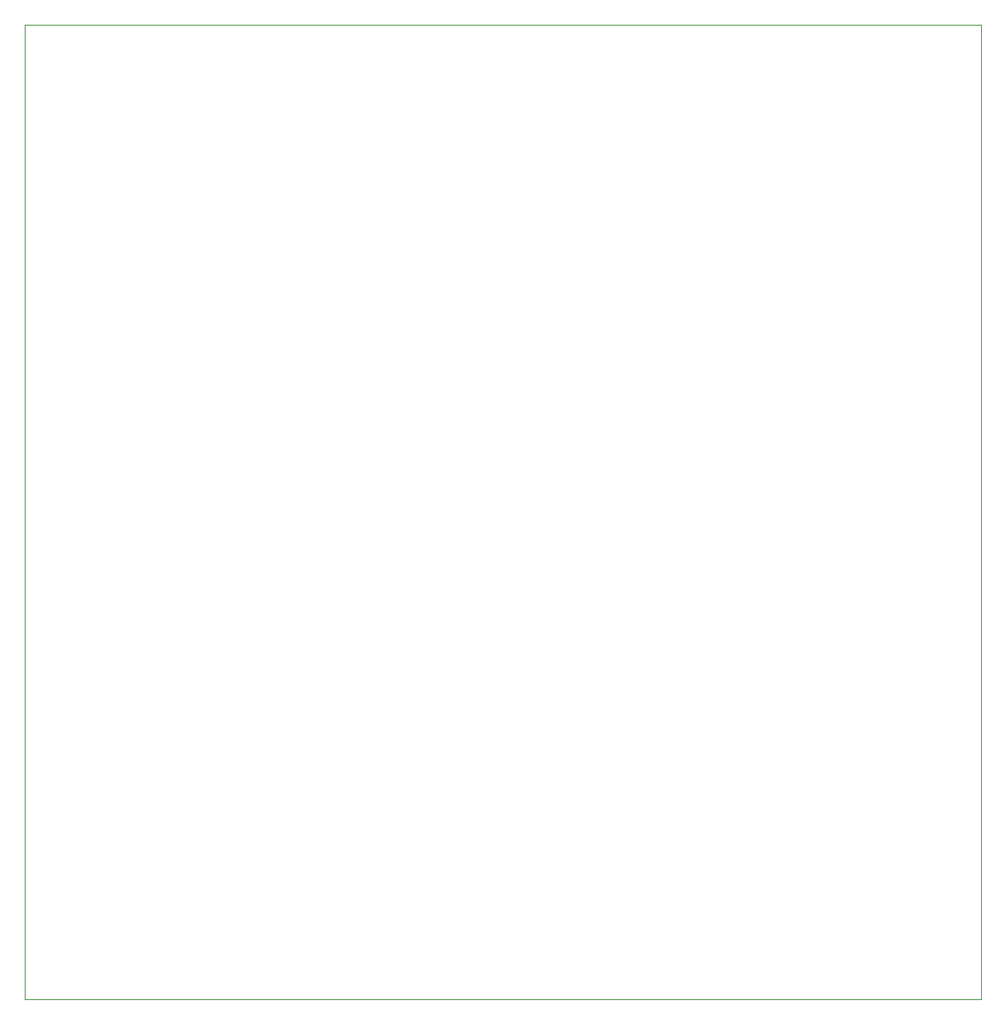
<source format=gm1>
%TF.GenerationSoftware,KiCad,Pcbnew,8.0.6-8.0.6-0~ubuntu22.04.1*%
%TF.CreationDate,2024-11-29T09:40:31+00:00*%
%TF.ProjectId,zx-spectrum-pico-dma,7a782d73-7065-4637-9472-756d2d706963,rev?*%
%TF.SameCoordinates,Original*%
%TF.FileFunction,Profile,NP*%
%FSLAX46Y46*%
G04 Gerber Fmt 4.6, Leading zero omitted, Abs format (unit mm)*
G04 Created by KiCad (PCBNEW 8.0.6-8.0.6-0~ubuntu22.04.1) date 2024-11-29 09:40:31*
%MOMM*%
%LPD*%
G01*
G04 APERTURE LIST*
%TA.AperFunction,Profile*%
%ADD10C,0.100000*%
%TD*%
G04 APERTURE END LIST*
D10*
X51624000Y-53076000D02*
X149788000Y-53076000D01*
X149788000Y-152986000D01*
X51624000Y-152986000D01*
X51624000Y-53076000D01*
M02*

</source>
